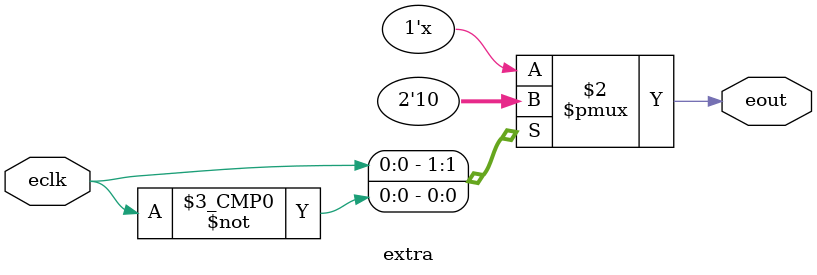
<source format=v>
`timescale 1ns / 1ps
module extra(input eclk, output reg eout
    );

always @ (eclk)
begin
case (eclk)
1'b1 : eout <= 1'b1;
1'b0 : eout <= 1'b0;
endcase
end



endmodule




</source>
